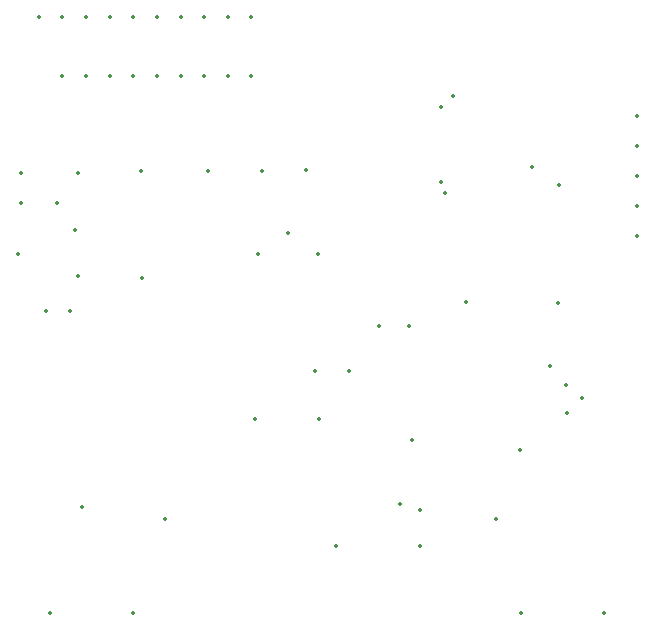
<source format=gbo>
%TF.GenerationSoftware,KiCad,Pcbnew,7.0.10*%
%TF.CreationDate,2025-01-21T12:55:57-05:00*%
%TF.ProjectId,PostAlertMailBoxV6,506f7374-416c-4657-9274-4d61696c426f,V4.0*%
%TF.SameCoordinates,Original*%
%TF.FileFunction,Legend,Bot*%
%TF.FilePolarity,Positive*%
%FSLAX46Y46*%
G04 Gerber Fmt 4.6, Leading zero omitted, Abs format (unit mm)*
G04 Created by KiCad (PCBNEW 7.0.10) date 2025-01-21 12:55:57*
%MOMM*%
%LPD*%
G01*
G04 APERTURE LIST*
%ADD10C,0.350000*%
G04 APERTURE END LIST*
D10*
X168808880Y-90283765D03*
X123317000Y-81788000D03*
X126365000Y-81788000D03*
X128143000Y-79248000D03*
X133477000Y-79121000D03*
X127889000Y-84074000D03*
X133604000Y-88138000D03*
X166624000Y-78740000D03*
X123317000Y-79248000D03*
X149987000Y-110871000D03*
X165608000Y-102743000D03*
X143764000Y-79121000D03*
X148463000Y-86106000D03*
X123063000Y-86106000D03*
X128143000Y-88011000D03*
X139192000Y-79121000D03*
X143383000Y-86106000D03*
X148590000Y-100071347D03*
X147447000Y-78994000D03*
X145923000Y-84328000D03*
X127508000Y-90932000D03*
X125476000Y-90932000D03*
X168148000Y-95631000D03*
X143129000Y-100076000D03*
X156464000Y-101854000D03*
X155448000Y-107315000D03*
X168897000Y-80277000D03*
X170815000Y-98298000D03*
X161036000Y-90170000D03*
X157099000Y-107823000D03*
X157099000Y-110871000D03*
X151130000Y-96012000D03*
X148209000Y-96012000D03*
X158877000Y-73660000D03*
X158877000Y-80010000D03*
X159893000Y-72771000D03*
X159270920Y-80929147D03*
X169455000Y-97192000D03*
X169545000Y-99568000D03*
X163540000Y-108530000D03*
X175514000Y-74422000D03*
X175514000Y-76962000D03*
X175514000Y-79502000D03*
X175514000Y-82042000D03*
X175514000Y-84582000D03*
X172700000Y-116500000D03*
X165700000Y-116500000D03*
X153665000Y-92202000D03*
X156205000Y-92202000D03*
X124858000Y-66040500D03*
X126858000Y-66040500D03*
X126858000Y-71040500D03*
X128858000Y-66040500D03*
X128858000Y-71040500D03*
X130858000Y-66040500D03*
X130858000Y-71040500D03*
X132858000Y-66040500D03*
X132858000Y-71040500D03*
X134858000Y-66040500D03*
X134858000Y-71040500D03*
X136858000Y-66040500D03*
X136858000Y-71040500D03*
X138858000Y-66040500D03*
X138858000Y-71040500D03*
X140858000Y-66040500D03*
X140858000Y-71040500D03*
X142858000Y-66040500D03*
X142858000Y-71040500D03*
X135540000Y-108530000D03*
X125800000Y-116500000D03*
X132800000Y-116500000D03*
X128524000Y-107569000D03*
M02*

</source>
